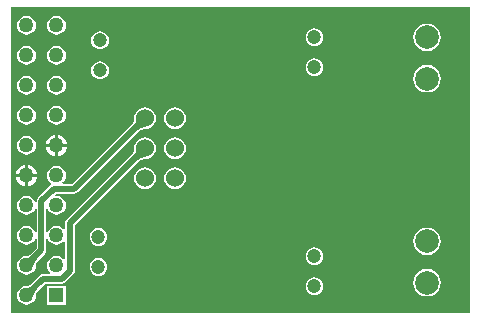
<source format=gbl>
G04*
G04 #@! TF.GenerationSoftware,Altium Limited,Altium Designer,20.0.12 (288)*
G04*
G04 Layer_Physical_Order=2*
G04 Layer_Color=16711680*
%FSLAX25Y25*%
%MOIN*%
G70*
G01*
G75*
%ADD29C,0.02000*%
%ADD30C,0.04724*%
%ADD31C,0.07874*%
%ADD32C,0.06000*%
%ADD33R,0.05000X0.05000*%
%ADD34C,0.05000*%
G36*
X340603Y357044D02*
X187603D01*
Y459044D01*
X340603D01*
Y357044D01*
D02*
G37*
%LPC*%
G36*
X192603Y456171D02*
X191794Y456064D01*
X191040Y455752D01*
X190392Y455255D01*
X189895Y454608D01*
X189583Y453854D01*
X189476Y453044D01*
X189583Y452235D01*
X189895Y451481D01*
X190392Y450833D01*
X191040Y450336D01*
X191794Y450024D01*
X192603Y449918D01*
X193412Y450024D01*
X194166Y450336D01*
X194814Y450833D01*
X195311Y451481D01*
X195623Y452235D01*
X195730Y453044D01*
X195623Y453854D01*
X195311Y454608D01*
X194814Y455255D01*
X194166Y455752D01*
X193412Y456064D01*
X192603Y456171D01*
D02*
G37*
G36*
X202603Y456171D02*
X201794Y456064D01*
X201040Y455752D01*
X200392Y455255D01*
X199895Y454608D01*
X199583Y453854D01*
X199476Y453044D01*
X199583Y452235D01*
X199895Y451481D01*
X200392Y450833D01*
X201040Y450336D01*
X201794Y450024D01*
X202603Y449918D01*
X203412Y450024D01*
X204166Y450336D01*
X204814Y450833D01*
X205311Y451481D01*
X205623Y452235D01*
X205730Y453044D01*
X205623Y453854D01*
X205311Y454608D01*
X204814Y455255D01*
X204166Y455752D01*
X203412Y456064D01*
X202603Y456171D01*
D02*
G37*
G36*
X288603Y452032D02*
X287830Y451930D01*
X287109Y451632D01*
X286490Y451157D01*
X286016Y450538D01*
X285717Y449818D01*
X285615Y449044D01*
X285717Y448271D01*
X286016Y447550D01*
X286490Y446932D01*
X287109Y446457D01*
X287830Y446158D01*
X288603Y446057D01*
X289376Y446158D01*
X290097Y446457D01*
X290716Y446932D01*
X291190Y447550D01*
X291489Y448271D01*
X291591Y449044D01*
X291489Y449818D01*
X291190Y450538D01*
X290716Y451157D01*
X290097Y451632D01*
X289376Y451930D01*
X288603Y452032D01*
D02*
G37*
G36*
X217103Y451032D02*
X216330Y450930D01*
X215609Y450632D01*
X214990Y450157D01*
X214515Y449538D01*
X214217Y448817D01*
X214115Y448044D01*
X214217Y447271D01*
X214515Y446550D01*
X214990Y445931D01*
X215609Y445457D01*
X216330Y445158D01*
X217103Y445056D01*
X217876Y445158D01*
X218597Y445457D01*
X219216Y445931D01*
X219690Y446550D01*
X219989Y447271D01*
X220091Y448044D01*
X219989Y448817D01*
X219690Y449538D01*
X219216Y450157D01*
X218597Y450632D01*
X217876Y450930D01*
X217103Y451032D01*
D02*
G37*
G36*
X326103Y453620D02*
X324919Y453464D01*
X323815Y453007D01*
X322867Y452280D01*
X322140Y451332D01*
X321683Y450229D01*
X321527Y449044D01*
X321683Y447860D01*
X322140Y446756D01*
X322867Y445808D01*
X323815Y445081D01*
X324919Y444624D01*
X326103Y444468D01*
X327287Y444624D01*
X328391Y445081D01*
X329339Y445808D01*
X330066Y446756D01*
X330523Y447860D01*
X330679Y449044D01*
X330523Y450229D01*
X330066Y451332D01*
X329339Y452280D01*
X328391Y453007D01*
X327287Y453464D01*
X326103Y453620D01*
D02*
G37*
G36*
X202603Y446171D02*
X201794Y446064D01*
X201040Y445752D01*
X200392Y445255D01*
X199895Y444608D01*
X199583Y443854D01*
X199476Y443044D01*
X199583Y442235D01*
X199895Y441481D01*
X200392Y440833D01*
X201040Y440336D01*
X201794Y440024D01*
X202603Y439918D01*
X203412Y440024D01*
X204166Y440336D01*
X204814Y440833D01*
X205311Y441481D01*
X205623Y442235D01*
X205730Y443044D01*
X205623Y443854D01*
X205311Y444608D01*
X204814Y445255D01*
X204166Y445752D01*
X203412Y446064D01*
X202603Y446171D01*
D02*
G37*
G36*
X192603Y446171D02*
X191794Y446064D01*
X191040Y445752D01*
X190392Y445255D01*
X189895Y444608D01*
X189583Y443853D01*
X189476Y443044D01*
X189583Y442235D01*
X189895Y441481D01*
X190392Y440833D01*
X191040Y440336D01*
X191794Y440024D01*
X192603Y439917D01*
X193412Y440024D01*
X194166Y440336D01*
X194814Y440833D01*
X195311Y441481D01*
X195623Y442235D01*
X195730Y443044D01*
X195623Y443853D01*
X195311Y444608D01*
X194814Y445255D01*
X194166Y445752D01*
X193412Y446064D01*
X192603Y446171D01*
D02*
G37*
G36*
X288603Y442032D02*
X287830Y441930D01*
X287109Y441632D01*
X286490Y441157D01*
X286016Y440538D01*
X285717Y439817D01*
X285615Y439044D01*
X285717Y438271D01*
X286016Y437550D01*
X286490Y436932D01*
X287109Y436457D01*
X287830Y436158D01*
X288603Y436057D01*
X289376Y436158D01*
X290097Y436457D01*
X290716Y436932D01*
X291190Y437550D01*
X291489Y438271D01*
X291591Y439044D01*
X291489Y439817D01*
X291190Y440538D01*
X290716Y441157D01*
X290097Y441632D01*
X289376Y441930D01*
X288603Y442032D01*
D02*
G37*
G36*
X217103Y441032D02*
X216330Y440930D01*
X215609Y440632D01*
X214990Y440157D01*
X214515Y439538D01*
X214217Y438818D01*
X214115Y438044D01*
X214217Y437271D01*
X214515Y436550D01*
X214990Y435931D01*
X215609Y435457D01*
X216330Y435158D01*
X217103Y435056D01*
X217876Y435158D01*
X218597Y435457D01*
X219216Y435931D01*
X219690Y436550D01*
X219989Y437271D01*
X220091Y438044D01*
X219989Y438818D01*
X219690Y439538D01*
X219216Y440157D01*
X218597Y440632D01*
X217876Y440930D01*
X217103Y441032D01*
D02*
G37*
G36*
X326103Y439841D02*
X324919Y439685D01*
X323815Y439228D01*
X322867Y438500D01*
X322140Y437553D01*
X321683Y436449D01*
X321527Y435265D01*
X321683Y434080D01*
X322140Y432977D01*
X322867Y432029D01*
X323815Y431302D01*
X324919Y430844D01*
X326103Y430688D01*
X327287Y430844D01*
X328391Y431302D01*
X329339Y432029D01*
X330066Y432977D01*
X330523Y434080D01*
X330679Y435265D01*
X330523Y436449D01*
X330066Y437553D01*
X329339Y438500D01*
X328391Y439228D01*
X327287Y439685D01*
X326103Y439841D01*
D02*
G37*
G36*
X202603Y436171D02*
X201794Y436064D01*
X201040Y435752D01*
X200392Y435255D01*
X199895Y434608D01*
X199583Y433853D01*
X199476Y433044D01*
X199583Y432235D01*
X199895Y431481D01*
X200392Y430833D01*
X201040Y430336D01*
X201794Y430024D01*
X202603Y429917D01*
X203412Y430024D01*
X204166Y430336D01*
X204814Y430833D01*
X205311Y431481D01*
X205623Y432235D01*
X205730Y433044D01*
X205623Y433853D01*
X205311Y434608D01*
X204814Y435255D01*
X204166Y435752D01*
X203412Y436064D01*
X202603Y436171D01*
D02*
G37*
G36*
X192603D02*
X191794Y436064D01*
X191040Y435752D01*
X190392Y435255D01*
X189895Y434608D01*
X189583Y433853D01*
X189476Y433044D01*
X189583Y432235D01*
X189895Y431481D01*
X190392Y430833D01*
X191040Y430336D01*
X191794Y430024D01*
X192603Y429917D01*
X193412Y430024D01*
X194166Y430336D01*
X194814Y430833D01*
X195311Y431481D01*
X195623Y432235D01*
X195730Y433044D01*
X195623Y433853D01*
X195311Y434608D01*
X194814Y435255D01*
X194166Y435752D01*
X193412Y436064D01*
X192603Y436171D01*
D02*
G37*
G36*
X202603Y426171D02*
X201794Y426064D01*
X201040Y425752D01*
X200392Y425255D01*
X199895Y424608D01*
X199583Y423853D01*
X199476Y423044D01*
X199583Y422235D01*
X199895Y421481D01*
X200392Y420833D01*
X201040Y420336D01*
X201794Y420024D01*
X202603Y419917D01*
X203412Y420024D01*
X204166Y420336D01*
X204814Y420833D01*
X205311Y421481D01*
X205623Y422235D01*
X205730Y423044D01*
X205623Y423853D01*
X205311Y424608D01*
X204814Y425255D01*
X204166Y425752D01*
X203412Y426064D01*
X202603Y426171D01*
D02*
G37*
G36*
X192603D02*
X191794Y426064D01*
X191040Y425752D01*
X190392Y425255D01*
X189895Y424608D01*
X189583Y423853D01*
X189476Y423044D01*
X189583Y422235D01*
X189895Y421481D01*
X190392Y420833D01*
X191040Y420336D01*
X191794Y420024D01*
X192603Y419917D01*
X193412Y420024D01*
X194166Y420336D01*
X194814Y420833D01*
X195311Y421481D01*
X195623Y422235D01*
X195730Y423044D01*
X195623Y423853D01*
X195311Y424608D01*
X194814Y425255D01*
X194166Y425752D01*
X193412Y426064D01*
X192603Y426171D01*
D02*
G37*
G36*
X242103Y425675D02*
X241163Y425552D01*
X240287Y425189D01*
X239535Y424612D01*
X238958Y423860D01*
X238596Y422984D01*
X238472Y422044D01*
X238596Y421104D01*
X238958Y420229D01*
X239535Y419477D01*
X240287Y418900D01*
X241163Y418537D01*
X242103Y418413D01*
X243043Y418537D01*
X243918Y418900D01*
X244671Y419477D01*
X245248Y420229D01*
X245610Y421104D01*
X245734Y422044D01*
X245610Y422984D01*
X245248Y423860D01*
X244671Y424612D01*
X243918Y425189D01*
X243043Y425552D01*
X242103Y425675D01*
D02*
G37*
G36*
X203103Y416509D02*
Y413544D01*
X206067D01*
X206013Y413958D01*
X205660Y414809D01*
X205099Y415540D01*
X204368Y416101D01*
X203517Y416454D01*
X203103Y416509D01*
D02*
G37*
G36*
X202103D02*
X201689Y416454D01*
X200838Y416101D01*
X200107Y415540D01*
X199546Y414809D01*
X199193Y413958D01*
X199139Y413544D01*
X202103D01*
Y416509D01*
D02*
G37*
G36*
X192603Y416171D02*
X191794Y416064D01*
X191040Y415752D01*
X190392Y415255D01*
X189895Y414608D01*
X189583Y413854D01*
X189476Y413044D01*
X189583Y412235D01*
X189895Y411481D01*
X190392Y410833D01*
X191040Y410336D01*
X191794Y410024D01*
X192603Y409917D01*
X193412Y410024D01*
X194166Y410336D01*
X194814Y410833D01*
X195311Y411481D01*
X195623Y412235D01*
X195730Y413044D01*
X195623Y413854D01*
X195311Y414608D01*
X194814Y415255D01*
X194166Y415752D01*
X193412Y416064D01*
X192603Y416171D01*
D02*
G37*
G36*
X206067Y412544D02*
X203103D01*
Y409580D01*
X203517Y409634D01*
X204368Y409987D01*
X205099Y410548D01*
X205660Y411279D01*
X206013Y412130D01*
X206067Y412544D01*
D02*
G37*
G36*
X202103D02*
X199139D01*
X199193Y412130D01*
X199546Y411279D01*
X200107Y410548D01*
X200838Y409987D01*
X201689Y409634D01*
X202103Y409580D01*
Y412544D01*
D02*
G37*
G36*
X242103Y415675D02*
X241163Y415552D01*
X240287Y415189D01*
X239535Y414612D01*
X238958Y413860D01*
X238596Y412984D01*
X238472Y412044D01*
X238596Y411104D01*
X238958Y410229D01*
X239535Y409477D01*
X240287Y408900D01*
X241163Y408537D01*
X242103Y408413D01*
X243043Y408537D01*
X243918Y408900D01*
X244671Y409477D01*
X245248Y410229D01*
X245610Y411104D01*
X245734Y412044D01*
X245610Y412984D01*
X245248Y413860D01*
X244671Y414612D01*
X243918Y415189D01*
X243043Y415552D01*
X242103Y415675D01*
D02*
G37*
G36*
X193103Y406509D02*
Y403544D01*
X196067D01*
X196013Y403958D01*
X195660Y404809D01*
X195099Y405540D01*
X194368Y406102D01*
X193517Y406454D01*
X193103Y406509D01*
D02*
G37*
G36*
X192103Y406509D02*
X191689Y406454D01*
X190838Y406102D01*
X190107Y405540D01*
X189546Y404809D01*
X189193Y403958D01*
X189139Y403544D01*
X192103D01*
Y406509D01*
D02*
G37*
G36*
X232103Y425675D02*
X231163Y425552D01*
X230287Y425189D01*
X229535Y424612D01*
X228958Y423860D01*
X228596Y422984D01*
X228477Y422081D01*
X228454Y422029D01*
X228447Y421749D01*
X228424Y421504D01*
X228385Y421272D01*
X228330Y421053D01*
X228260Y420845D01*
X228173Y420647D01*
X228071Y420458D01*
X227953Y420278D01*
X227817Y420104D01*
X227646Y419919D01*
X227631Y419880D01*
X207927Y400176D01*
X204778D01*
X204608Y400676D01*
X204814Y400833D01*
X205311Y401481D01*
X205623Y402235D01*
X205730Y403044D01*
X205623Y403854D01*
X205311Y404608D01*
X204814Y405255D01*
X204166Y405752D01*
X203412Y406064D01*
X202603Y406171D01*
X201794Y406064D01*
X201040Y405752D01*
X200392Y405255D01*
X199895Y404608D01*
X199583Y403854D01*
X199476Y403044D01*
X199583Y402235D01*
X199895Y401481D01*
X200392Y400833D01*
X200863Y400472D01*
X200884Y399959D01*
X200849Y399874D01*
X200585Y399698D01*
X196449Y395562D01*
X196096Y395033D01*
X195972Y394408D01*
Y394319D01*
X195472Y394219D01*
X195311Y394608D01*
X194814Y395255D01*
X194166Y395752D01*
X193412Y396064D01*
X192603Y396171D01*
X191794Y396064D01*
X191040Y395752D01*
X190392Y395255D01*
X189895Y394608D01*
X189583Y393853D01*
X189476Y393044D01*
X189583Y392235D01*
X189895Y391481D01*
X190392Y390833D01*
X191040Y390336D01*
X191794Y390024D01*
X192603Y389917D01*
X193412Y390024D01*
X194166Y390336D01*
X194814Y390833D01*
X195311Y391481D01*
X195472Y391869D01*
X195972Y391770D01*
Y384319D01*
X195472Y384219D01*
X195311Y384608D01*
X194814Y385255D01*
X194166Y385752D01*
X193412Y386064D01*
X192603Y386171D01*
X191794Y386064D01*
X191040Y385752D01*
X190392Y385255D01*
X189895Y384608D01*
X189583Y383854D01*
X189476Y383044D01*
X189583Y382235D01*
X189895Y381481D01*
X190392Y380833D01*
X191040Y380336D01*
X191794Y380024D01*
X192603Y379918D01*
X193412Y380024D01*
X194166Y380336D01*
X194814Y380833D01*
X195311Y381481D01*
X195472Y381869D01*
X195972Y381770D01*
Y378720D01*
X194172Y376920D01*
X194132Y376905D01*
X193965Y376749D01*
X193815Y376624D01*
X193665Y376517D01*
X193517Y376427D01*
X193371Y376352D01*
X193226Y376293D01*
X193080Y376249D01*
X192934Y376217D01*
X192786Y376199D01*
X192606Y376193D01*
X192539Y376163D01*
X191794Y376064D01*
X191040Y375752D01*
X190392Y375255D01*
X189895Y374608D01*
X189583Y373853D01*
X189476Y373044D01*
X189583Y372235D01*
X189895Y371481D01*
X190392Y370833D01*
X191040Y370336D01*
X191794Y370024D01*
X192603Y369917D01*
X193412Y370024D01*
X194166Y370336D01*
X194814Y370833D01*
X195311Y371481D01*
X195623Y372235D01*
X195721Y372980D01*
X195752Y373047D01*
X195758Y373227D01*
X195776Y373376D01*
X195807Y373522D01*
X195852Y373667D01*
X195911Y373812D01*
X195985Y373959D01*
X196075Y374106D01*
X196183Y374256D01*
X196307Y374407D01*
X196464Y374573D01*
X196479Y374613D01*
X198757Y376891D01*
X199110Y377420D01*
X199234Y378044D01*
Y381770D01*
X199734Y381869D01*
X199895Y381481D01*
X200392Y380833D01*
X201040Y380336D01*
X201794Y380024D01*
X202603Y379918D01*
X203412Y380024D01*
X204166Y380336D01*
X204814Y380833D01*
X204972Y381039D01*
X205472Y380869D01*
Y375219D01*
X204972Y375050D01*
X204814Y375255D01*
X204166Y375752D01*
X203412Y376064D01*
X202603Y376171D01*
X201794Y376064D01*
X201040Y375752D01*
X200392Y375255D01*
X199895Y374608D01*
X199583Y373853D01*
X199476Y373044D01*
X199583Y372235D01*
X199895Y371481D01*
X200392Y370833D01*
X200598Y370676D01*
X200428Y370176D01*
X198103D01*
X197479Y370051D01*
X196949Y369698D01*
X194172Y366920D01*
X194132Y366905D01*
X193965Y366749D01*
X193815Y366624D01*
X193665Y366517D01*
X193517Y366426D01*
X193371Y366352D01*
X193226Y366293D01*
X193080Y366249D01*
X192934Y366217D01*
X192786Y366199D01*
X192606Y366193D01*
X192539Y366162D01*
X191794Y366064D01*
X191040Y365752D01*
X190392Y365255D01*
X189895Y364608D01*
X189583Y363854D01*
X189476Y363044D01*
X189583Y362235D01*
X189895Y361481D01*
X190392Y360833D01*
X191040Y360336D01*
X191794Y360024D01*
X192603Y359917D01*
X193412Y360024D01*
X194166Y360336D01*
X194814Y360833D01*
X195311Y361481D01*
X195623Y362235D01*
X195721Y362980D01*
X195752Y363047D01*
X195758Y363227D01*
X195776Y363376D01*
X195807Y363522D01*
X195852Y363667D01*
X195911Y363812D01*
X195985Y363959D01*
X196075Y364106D01*
X196183Y364256D01*
X196307Y364407D01*
X196464Y364573D01*
X196479Y364613D01*
X198779Y366913D01*
X204467D01*
X205091Y367037D01*
X205620Y367391D01*
X208257Y370027D01*
X208610Y370556D01*
X208734Y371180D01*
Y386368D01*
X213394Y391028D01*
X213394Y391028D01*
X229939Y407573D01*
X229978Y407587D01*
X230163Y407758D01*
X230336Y407894D01*
X230517Y408012D01*
X230705Y408115D01*
X230904Y408201D01*
X231112Y408271D01*
X231331Y408326D01*
X231563Y408366D01*
X231808Y408389D01*
X232088Y408395D01*
X232140Y408418D01*
X233043Y408537D01*
X233918Y408900D01*
X234670Y409477D01*
X235247Y410229D01*
X235610Y411104D01*
X235734Y412044D01*
X235610Y412984D01*
X235247Y413860D01*
X234670Y414612D01*
X233918Y415189D01*
X233043Y415552D01*
X232103Y415675D01*
X231163Y415552D01*
X230287Y415189D01*
X229535Y414612D01*
X228958Y413860D01*
X228596Y412984D01*
X228477Y412081D01*
X228454Y412029D01*
X228447Y411750D01*
X228424Y411504D01*
X228385Y411272D01*
X228330Y411053D01*
X228260Y410845D01*
X228173Y410647D01*
X228071Y410458D01*
X227953Y410278D01*
X227817Y410104D01*
X227646Y409919D01*
X227631Y409880D01*
X211087Y393336D01*
X211087Y393336D01*
X205949Y388198D01*
X205596Y387668D01*
X205472Y387044D01*
Y385219D01*
X204972Y385050D01*
X204814Y385255D01*
X204166Y385752D01*
X203412Y386064D01*
X202603Y386171D01*
X201794Y386064D01*
X201040Y385752D01*
X200392Y385255D01*
X199895Y384608D01*
X199734Y384219D01*
X199234Y384319D01*
Y391770D01*
X199734Y391869D01*
X199895Y391481D01*
X200392Y390833D01*
X201040Y390336D01*
X201794Y390024D01*
X202603Y389917D01*
X203412Y390024D01*
X204166Y390336D01*
X204814Y390833D01*
X205311Y391481D01*
X205623Y392235D01*
X205730Y393044D01*
X205623Y393853D01*
X205311Y394608D01*
X204814Y395255D01*
X204166Y395752D01*
X203412Y396064D01*
X202603Y396171D01*
X202444Y396150D01*
X202219Y396597D01*
X202469Y396913D01*
X208603D01*
X209227Y397037D01*
X209756Y397391D01*
X229939Y417573D01*
X229978Y417587D01*
X230163Y417758D01*
X230336Y417894D01*
X230517Y418013D01*
X230705Y418115D01*
X230904Y418201D01*
X231112Y418271D01*
X231331Y418327D01*
X231563Y418366D01*
X231808Y418389D01*
X232088Y418395D01*
X232140Y418418D01*
X233043Y418537D01*
X233918Y418900D01*
X234670Y419477D01*
X235247Y420229D01*
X235610Y421104D01*
X235734Y422044D01*
X235610Y422984D01*
X235247Y423860D01*
X234670Y424612D01*
X233918Y425189D01*
X233043Y425552D01*
X232103Y425675D01*
D02*
G37*
G36*
X192103Y402544D02*
X189139D01*
X189193Y402131D01*
X189546Y401279D01*
X190107Y400548D01*
X190838Y399987D01*
X191689Y399634D01*
X192103Y399580D01*
Y402544D01*
D02*
G37*
G36*
X196067D02*
X193103D01*
Y399580D01*
X193517Y399634D01*
X194368Y399987D01*
X195099Y400548D01*
X195660Y401279D01*
X196013Y402131D01*
X196067Y402544D01*
D02*
G37*
G36*
X242103Y405675D02*
X241163Y405551D01*
X240287Y405189D01*
X239535Y404612D01*
X238958Y403860D01*
X238596Y402984D01*
X238472Y402044D01*
X238596Y401104D01*
X238958Y400229D01*
X239535Y399477D01*
X240287Y398900D01*
X241163Y398537D01*
X242103Y398413D01*
X243043Y398537D01*
X243918Y398900D01*
X244671Y399477D01*
X245248Y400229D01*
X245610Y401104D01*
X245734Y402044D01*
X245610Y402984D01*
X245248Y403860D01*
X244671Y404612D01*
X243918Y405189D01*
X243043Y405551D01*
X242103Y405675D01*
D02*
G37*
G36*
X232103D02*
X231163Y405551D01*
X230287Y405189D01*
X229535Y404612D01*
X228958Y403860D01*
X228596Y402984D01*
X228472Y402044D01*
X228596Y401104D01*
X228958Y400229D01*
X229535Y399477D01*
X230287Y398900D01*
X231163Y398537D01*
X232103Y398413D01*
X233043Y398537D01*
X233918Y398900D01*
X234670Y399477D01*
X235247Y400229D01*
X235610Y401104D01*
X235734Y402044D01*
X235610Y402984D01*
X235247Y403860D01*
X234670Y404612D01*
X233918Y405189D01*
X233043Y405551D01*
X232103Y405675D01*
D02*
G37*
G36*
X216603Y385532D02*
X215830Y385430D01*
X215109Y385132D01*
X214490Y384657D01*
X214016Y384038D01*
X213717Y383317D01*
X213615Y382544D01*
X213717Y381771D01*
X214016Y381050D01*
X214490Y380432D01*
X215109Y379957D01*
X215830Y379658D01*
X216603Y379556D01*
X217376Y379658D01*
X218097Y379957D01*
X218716Y380432D01*
X219190Y381050D01*
X219489Y381771D01*
X219591Y382544D01*
X219489Y383317D01*
X219190Y384038D01*
X218716Y384657D01*
X218097Y385132D01*
X217376Y385430D01*
X216603Y385532D01*
D02*
G37*
G36*
X326103Y385620D02*
X324919Y385464D01*
X323815Y385007D01*
X322867Y384280D01*
X322140Y383332D01*
X321683Y382229D01*
X321527Y381044D01*
X321683Y379860D01*
X322140Y378756D01*
X322867Y377808D01*
X323815Y377081D01*
X324919Y376624D01*
X326103Y376468D01*
X327287Y376624D01*
X328391Y377081D01*
X329339Y377808D01*
X330066Y378756D01*
X330523Y379860D01*
X330679Y381044D01*
X330523Y382229D01*
X330066Y383332D01*
X329339Y384280D01*
X328391Y385007D01*
X327287Y385464D01*
X326103Y385620D01*
D02*
G37*
G36*
X288603Y379032D02*
X287830Y378930D01*
X287109Y378632D01*
X286490Y378157D01*
X286016Y377538D01*
X285717Y376817D01*
X285615Y376044D01*
X285717Y375271D01*
X286016Y374550D01*
X286490Y373932D01*
X287109Y373457D01*
X287830Y373158D01*
X288603Y373056D01*
X289376Y373158D01*
X290097Y373457D01*
X290716Y373932D01*
X291190Y374550D01*
X291489Y375271D01*
X291591Y376044D01*
X291489Y376817D01*
X291190Y377538D01*
X290716Y378157D01*
X290097Y378632D01*
X289376Y378930D01*
X288603Y379032D01*
D02*
G37*
G36*
X216603Y375532D02*
X215830Y375430D01*
X215109Y375132D01*
X214490Y374657D01*
X214016Y374038D01*
X213717Y373318D01*
X213615Y372544D01*
X213717Y371771D01*
X214016Y371050D01*
X214490Y370431D01*
X215109Y369957D01*
X215830Y369658D01*
X216603Y369556D01*
X217376Y369658D01*
X218097Y369957D01*
X218716Y370431D01*
X219190Y371050D01*
X219489Y371771D01*
X219591Y372544D01*
X219489Y373318D01*
X219190Y374038D01*
X218716Y374657D01*
X218097Y375132D01*
X217376Y375430D01*
X216603Y375532D01*
D02*
G37*
G36*
X288603Y369032D02*
X287830Y368930D01*
X287109Y368632D01*
X286490Y368157D01*
X286016Y367538D01*
X285717Y366817D01*
X285615Y366044D01*
X285717Y365271D01*
X286016Y364550D01*
X286490Y363931D01*
X287109Y363457D01*
X287830Y363158D01*
X288603Y363056D01*
X289376Y363158D01*
X290097Y363457D01*
X290716Y363931D01*
X291190Y364550D01*
X291489Y365271D01*
X291591Y366044D01*
X291489Y366817D01*
X291190Y367538D01*
X290716Y368157D01*
X290097Y368632D01*
X289376Y368930D01*
X288603Y369032D01*
D02*
G37*
G36*
X326103Y371841D02*
X324919Y371685D01*
X323815Y371228D01*
X322867Y370500D01*
X322140Y369553D01*
X321683Y368449D01*
X321527Y367265D01*
X321683Y366080D01*
X322140Y364977D01*
X322867Y364029D01*
X323815Y363302D01*
X324919Y362844D01*
X326103Y362688D01*
X327287Y362844D01*
X328391Y363302D01*
X329339Y364029D01*
X330066Y364977D01*
X330523Y366080D01*
X330679Y367265D01*
X330523Y368449D01*
X330066Y369553D01*
X329339Y370500D01*
X328391Y371228D01*
X327287Y371685D01*
X326103Y371841D01*
D02*
G37*
G36*
X205703Y366144D02*
X199503D01*
Y359944D01*
X205703D01*
Y366144D01*
D02*
G37*
%LPD*%
G36*
X232073Y419044D02*
X231770Y419037D01*
X231479Y419010D01*
X231198Y418963D01*
X230928Y418895D01*
X230669Y418807D01*
X230421Y418699D01*
X230184Y418571D01*
X229957Y418422D01*
X229742Y418253D01*
X229537Y418064D01*
X228123Y419479D01*
X228312Y419683D01*
X228481Y419899D01*
X228629Y420125D01*
X228758Y420362D01*
X228866Y420610D01*
X228954Y420869D01*
X229021Y421139D01*
X229069Y421420D01*
X229096Y421712D01*
X229103Y422014D01*
X232073Y419044D01*
D02*
G37*
G36*
Y409044D02*
X231770Y409037D01*
X231479Y409010D01*
X231198Y408963D01*
X230928Y408895D01*
X230669Y408807D01*
X230421Y408699D01*
X230184Y408571D01*
X229957Y408422D01*
X229742Y408253D01*
X229537Y408064D01*
X228123Y409479D01*
X228312Y409683D01*
X228481Y409899D01*
X228629Y410125D01*
X228758Y410362D01*
X228866Y410610D01*
X228954Y410869D01*
X229021Y411139D01*
X229069Y411420D01*
X229096Y411712D01*
X229103Y412014D01*
X232073Y409044D01*
D02*
G37*
G36*
X195991Y375018D02*
X195820Y374837D01*
X195668Y374652D01*
X195534Y374465D01*
X195417Y374275D01*
X195320Y374081D01*
X195240Y373885D01*
X195178Y373686D01*
X195135Y373483D01*
X195110Y373278D01*
X195103Y373069D01*
X192628Y375544D01*
X192836Y375551D01*
X193042Y375576D01*
X193244Y375620D01*
X193444Y375681D01*
X193640Y375761D01*
X193833Y375859D01*
X194024Y375975D01*
X194211Y376109D01*
X194395Y376261D01*
X194577Y376432D01*
X195991Y375018D01*
D02*
G37*
G36*
X195991Y365018D02*
X195820Y364837D01*
X195668Y364652D01*
X195534Y364465D01*
X195417Y364275D01*
X195320Y364082D01*
X195240Y363885D01*
X195178Y363686D01*
X195135Y363483D01*
X195110Y363278D01*
X195103Y363069D01*
X192628Y365544D01*
X192836Y365551D01*
X193042Y365576D01*
X193244Y365620D01*
X193444Y365681D01*
X193640Y365761D01*
X193834Y365859D01*
X194024Y365975D01*
X194211Y366109D01*
X194395Y366262D01*
X194577Y366432D01*
X195991Y365018D01*
D02*
G37*
D29*
X207103Y371180D02*
Y387044D01*
X212241Y392182D02*
Y392182D01*
X207103Y387044D02*
X212241Y392182D01*
Y392182D02*
X232103Y412044D01*
X204467Y368544D02*
X207103Y371180D01*
X192603Y363044D02*
X198103Y368544D01*
X204467D01*
X197603Y378044D02*
Y394408D01*
X192603Y373044D02*
X197603Y378044D01*
X201739Y398544D02*
X208603D01*
X232103Y422044D01*
X197603Y394408D02*
X201739Y398544D01*
D30*
X216603Y372544D02*
D03*
Y382544D02*
D03*
X288603Y376044D02*
D03*
Y366044D02*
D03*
Y439044D02*
D03*
Y449044D02*
D03*
X217103Y438044D02*
D03*
Y448044D02*
D03*
D31*
X326103Y367265D02*
D03*
Y381044D02*
D03*
Y435265D02*
D03*
Y449044D02*
D03*
D32*
X232103Y402044D02*
D03*
Y412044D02*
D03*
Y422044D02*
D03*
X242103D02*
D03*
Y412044D02*
D03*
Y402044D02*
D03*
D33*
X202603Y363044D02*
D03*
D34*
Y373044D02*
D03*
Y383044D02*
D03*
Y393044D02*
D03*
X202603Y403044D02*
D03*
X202603Y413044D02*
D03*
Y423044D02*
D03*
Y433044D02*
D03*
Y443044D02*
D03*
Y453044D02*
D03*
X192603Y363044D02*
D03*
X192603Y373044D02*
D03*
X192603Y383044D02*
D03*
Y393044D02*
D03*
X192603Y403044D02*
D03*
X192603Y413044D02*
D03*
Y423044D02*
D03*
Y433044D02*
D03*
X192603Y443044D02*
D03*
Y453044D02*
D03*
M02*

</source>
